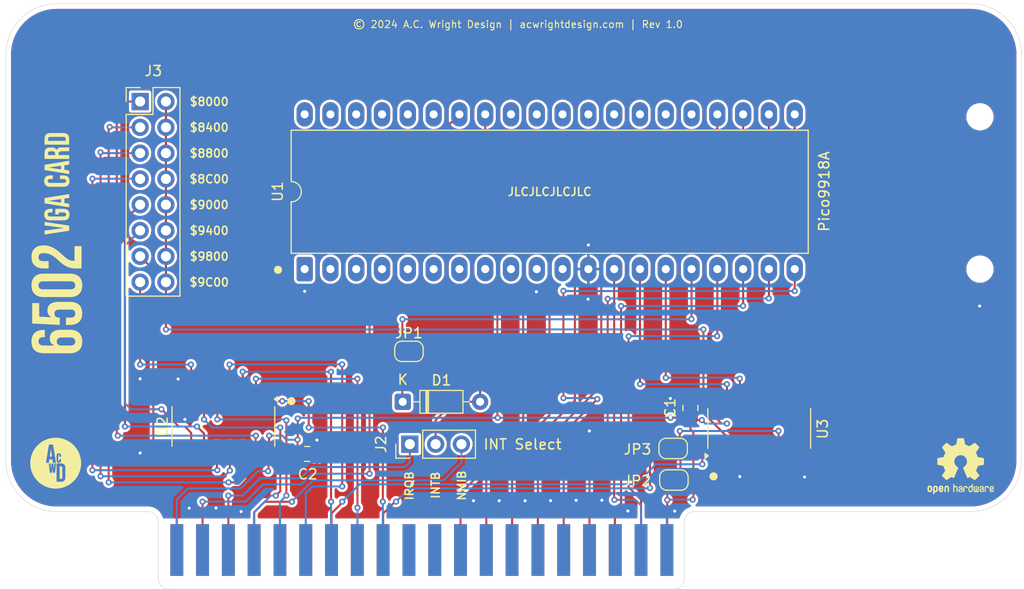
<source format=kicad_pcb>
(kicad_pcb (version 20241229) (generator "pcbnew") (generator_version "9.0")
  (title_block (title "6502 VGA Card") (date "2025-09-18") (rev "1.0") (company "A.C. Wright Design"))
  (layers (0 "F.Cu" signal) (2 "B.Cu" signal) (13 "F.Paste" user) (15 "B.Paste" user) (5 "F.SilkS" user "F.Silkscreen") (7 "B.SilkS" user "B.Silkscreen") (1 "F.Mask" user) (3 "B.Mask" user) (25 "Edge.Cuts" user))
  (net 0 "")
  (net 1 "VCC")
  (net 2 "GND")
  (net 3 "~{INT}")
  (net 4 "/$9400")
  (net 5 "CSB")
  (net 6 "/$8800")
  (net 7 "/$9800")
  (net 8 "/$8400")
  (net 9 "/$8000")
  (net 10 "/$9000")
  (net 11 "/$9C00")
  (net 12 "/$8C00")
  (net 13 "Net-(D1-A)")
  (net 14 "RWB")
  (net 15 "PHI2")
  (net 17 "D5")
  (net 20 "A10")
  (net 21 "A15")
  (net 23 "NMIB")
  (net 24 "IRQB")
  (net 30 "A12")
  (net 31 "D7")
  (net 32 "A0")
  (net 33 "RESB")
  (net 34 "D1")
  (net 35 "A14")
  (net 39 "D6")
  (net 40 "D4")
  (net 41 "A11")
  (net 44 "D0")
  (net 45 "D2")
  (net 46 "A13")
  (net 48 "D3")
  (net 50 "Net-(JP2-B)")
  (net 56 "~{CSR}")
  (net 70 "~{CSW}")
  (footprint "Jumper:SolderJumper-2_P1.3mm_Open_RoundedPad1.0x1.5mm" (layer "F.Cu") (at 156.36 117.27)
    (property "Reference" "JP2")
    (property "Value" "SolderJumper_2_Open" (hide yes))
  )
  (footprint "MountingHole:MountingHole_2.2mm_M2" (layer "F.Cu") (at 186.5 96.5)
    (property "Reference" "REF**" (hide yes))
    (property "Value" "MountingHole_2.2mm_M2" (hide yes))
  )
  (footprint "Connector_PinHeader_2.54mm:PinHeader_2x08_P2.54mm_Vertical" (layer "F.Cu") (at 103.8 80)
    (property "Reference" "J3")
    (property "Value" "Conn_02x08_Odd_Even" (hide yes))
  )
  (footprint "Capacitor_SMD:C_0805_2012Metric" (layer "F.Cu") (at 120.25 114.7)
    (property "Reference" "C2")
    (property "Value" "100nF" (hide yes))
  )
  (footprint "Jumper:SolderJumper-2_P1.3mm_Bridged_RoundedPad1.0x1.5mm" (layer "F.Cu") (at 130.27 104.6)
    (property "Reference" "JP1")
    (property "Value" "SolderJumper_2_Bridged" (hide yes))
  )
  (footprint "Symbol:OSHW-Logo2_7.3x6mm_SilkScreen" (layer "F.Cu") (at 184.6 115.91)
    (property "Reference" "REF**" (hide yes))
    (property "Value" "OSHW-Logo2_7.3x6mm_SilkScreen" (hide yes))
  )
  (footprint "6502 Logos:6502 VGA Card Logo 5mm" (layer "F.Cu") (at 95.6 89.8 90)
    (property "Reference" "G***" (hide yes))
    (property "Value" "LOGO" (hide yes))
  )
  (footprint "Package_SO:SOIC-16_3.9x9.9mm_P1.27mm" (layer "F.Cu") (at 112 112 -90)
    (property "Reference" "U2")
    (property "Value" "74HC138" (hide yes))
  )
  (footprint "Package_SO:SOIC-16_3.9x9.9mm_P1.27mm" (layer "F.Cu") (at 164.765 112.195 90)
    (property "Reference" "U3")
    (property "Value" "74HC138" (hide yes))
  )
  (footprint "Capacitor_SMD:C_0805_2012Metric" (layer "F.Cu") (at 157.99 110.18 90)
    (property "Reference" "C1")
    (property "Value" "100nF" (hide yes))
  )
  (footprint "Package_DIP:DIP-40_W15.24mm_LongPads" (layer "F.Cu") (at 120 96.5 90)
    (property "Reference" "U1")
    (property "Value" "Pico9918A")
  )
  (footprint "6502 Parts:6502 Card Edge" (layer "F.Cu") (at 107.408 126.704)
    (property "Reference" "J1" (hide yes))
    (property "Value" "6502 Card Edge" (hide yes))
  )
  (footprint "Connector_PinHeader_2.54mm:PinHeader_1x03_P2.54mm_Vertical" (layer "F.Cu") (at 130.36 113.74 90)
    (property "Reference" "J2")
    (property "Value" "INT Select")
  )
  (footprint "Diode_THT:D_DO-35_SOD27_P7.62mm_Horizontal" (layer "F.Cu") (at 129.66 109.57)
    (property "Reference" "D1")
    (property "Value" "D_Schottky" (hide yes))
  )
  (footprint "MountingHole:MountingHole_2.2mm_M2" (layer "F.Cu") (at 186.5 81.5)
    (property "Reference" "REF**" (hide yes))
    (property "Value" "MountingHole_2.2mm_M2" (hide yes))
  )
  (footprint "Jumper:SolderJumper-2_P1.3mm_Bridged_RoundedPad1.0x1.5mm" (layer "F.Cu") (at 156.29 114.16 180)
    (property "Reference" "JP3")
    (property "Value" "SolderJumper_2_Bridged" (hide yes))
  )
  (footprint "A.C. Wright Logo:A.C. Wright Logo 5mm" (layer "F.Cu") (at 95.4841 115.61)
    (property "Reference" "G***" (hide yes))
    (property "Value" "LOGO" (hide yes))
  )
  (gr_circle (center 160.27 116.91) (end 160.47 116.91) (stroke (width 0.4)) (fill no) (layer "F.SilkS"))
  (gr_circle (center 117.38 96.57) (end 117.58 96.57) (stroke (width 0.4)) (fill no) (layer "F.SilkS"))
  (gr_circle (center 118.7 109.5) (end 118.9 109.5) (stroke (width 0.4)) (fill no) (layer "F.SilkS"))
  (gr_line (start 106.5841 127.9946) (end 156.3841 127.9946) (stroke (width 0.05)) (layer "Edge.Cuts"))
  (gr_arc (start 104.5841 120.3746) (mid 105.291207 120.667493) (end 105.5841 121.3746) (stroke (width 0.05)) (layer "Edge.Cuts"))
  (gr_arc (start 185.5845 70.3746) (mid 189.1061 71.820768) (end 190.5841 75.049169) (stroke (width 0.05)) (layer "Edge.Cuts"))
  (gr_arc (start 157.3841 121.3746) (mid 157.676993 120.667493) (end 158.3841 120.3746) (stroke (width 0.05)) (layer "Edge.Cuts"))
  (gr_arc (start 95.5841 120.3746) (mid 92.048566 118.910134) (end 90.5841 115.3746) (stroke (width 0.05)) (layer "Edge.Cuts"))
  (gr_line (start 95.5841 120.3746) (end 104.5841 120.3746) (stroke (width 0.05)) (layer "Edge.Cuts"))
  (gr_arc (start 190.5841 115.3746) (mid 189.119634 118.910134) (end 185.5841 120.3746) (stroke (width 0.05)) (layer "Edge.Cuts"))
  (gr_line (start 157.3841 126.9946) (end 157.3841 121.3746) (stroke (width 0.05)) (layer "Edge.Cuts"))
  (gr_line (start 90.5841 75.3746) (end 90.5841 115.3746) (stroke (width 0.05)) (layer "Edge.Cuts"))
  (gr_line (start 190.5841 115.3746) (end 190.5841 75.049169) (stroke (width 0.05)) (layer "Edge.Cuts"))
  (gr_line (start 105.5841 121.3746) (end 105.5841 126.9946) (stroke (width 0.05)) (layer "Edge.Cuts"))
  (gr_arc (start 106.5841 127.9946) (mid 105.876993 127.701707) (end 105.5841 126.9946) (stroke (width 0.05)) (layer "Edge.Cuts"))
  (gr_arc (start 90.5841 75.3746) (mid 92.048566 71.839066) (end 95.5841 70.3746) (stroke (width 0.05)) (layer "Edge.Cuts"))
  (gr_line (start 185.5845 70.3746) (end 95.5841 70.3746) (stroke (width 0.05)) (layer "Edge.Cuts"))
  (gr_line (start 158.3841 120.3746) (end 185.5841 120.3746) (stroke (width 0.05)) (layer "Edge.Cuts"))
  (gr_arc (start 157.3841 126.9946) (mid 157.091207 127.701707) (end 156.3841 127.9946) (stroke (width 0.05)) (layer "Edge.Cuts"))
  (gr_text "$9000" (at 110.6 90.18 0) (layer "F.SilkS") (effects (font (size 0.8 0.8))))
  (gr_text "JLCJLCJLCJLC" (at 144.125 88.885 0) (layer "F.SilkS") (effects (font (size 0.8 0.8))))
  (gr_text "NMIB" (at 135.47 116.25 90) (layer "F.SilkS") (effects (font (size 0.8 0.8)) (justify right)))
  (gr_text "INTB" (at 132.89 116.37 90) (layer "F.SilkS") (effects (font (size 0.8 0.8)) (justify right)))
  (gr_text "$8C00" (at 110.6 87.64 0) (layer "F.SilkS") (effects (font (size 0.8 0.8))))
  (gr_text "$9C00" (at 110.6 97.8 0) (layer "F.SilkS") (effects (font (size 0.8 0.8))))
  (gr_text "© 2024 A.C. Wright Design | acwrightdesign.com | Rev 1.0" (at 141 72.4 0) (layer "F.SilkS") (effects (font (size 0.7 0.7) (thickness 0.1))))
  (gr_text "$9400" (at 110.6 92.72 0) (layer "F.SilkS") (effects (font (size 0.8 0.8))))
  (gr_text "IRQB" (at 130.31 116.33 90) (layer "F.SilkS") (effects (font (size 0.8 0.8)) (justify right)))
  (gr_text "$8800" (at 110.6 85.1 0) (layer "F.SilkS") (effects (font (size 0.8 0.8))))
  (gr_text "$9800" (at 110.6 95.26 0) (layer "F.SilkS") (effects (font (size 0.8 0.8))))
  (gr_text "$8000" (at 110.6 80.02 0) (layer "F.SilkS") (effects (font (size 0.8 0.8))))
  (gr_text "$8400" (at 110.6 82.56 0) (layer "F.SilkS") (effects (font (size 0.8 0.8))))
  (segment (start 116.5 114.42) (end 116.445 114.475) (width 0.2) (layer "F.Cu") (net 1))
  (segment (start 155.71 119.23) (end 155.71 124.122) (width 0.2) (layer "F.Cu") (net 1))
  (segment (start 158.23 111.37) (end 157.99 111.13) (width 0.2) (layer "F.Cu") (net 1))
  (segment (start 157.99 112.28) (end 158.28 112.57) (width 0.2) (layer "F.Cu") (net 1))
  (segment (start 155.71 124.122) (end 155.668 124.164) (width 0.2) (layer "F.Cu") (net 1))
  (segment (start 159.11 111.37) (end 158.23 111.37) (width 0.2) (layer "F.Cu") (net 1))
  (segment (start 138.98 111.11) (end 139.01 111.14) (width 0.2) (layer "F.Cu") (net 1))
  (segment (start 116.445 114.475) (end 116.445 116.355) (width 0.2) (layer "F.Cu") (net 1))
  (segment (start 119.32 113.28) (end 119.3 113.3) (width 0.2) (layer "F.Cu") (net 1))
  (segment (start 138.98 94.6) (end 138.98 111.11) (width 0.2) (layer "F.Cu") (net 1))
  (segment (start 157.99 111.13) (end 157.99 112.28) (width 0.2) (layer "F.Cu") (net 1))
  (segment (start 160.32 110.98) (end 160.98 111.64) (width 0.2) (layer "F.Cu") (net 1))
  (segment (start 116.5 112.9) (end 116.5 114.42) (width 0.2) (layer "F.Cu") (net 1))
  (segment (start 158.28 112.57) (end 158.28 119.13) (width 0.2) (layer "F.Cu") (net 1))
  (segment (start 158.28 119.13) (end 158.21 119.2) (width 0.2) (layer "F.Cu") (net 1))
  (segment (start 156.05 111.13) (end 156.04 111.14) (width 0.2) (layer "F.Cu") (net 1))
  (segment (start 160.98 111.64) (end 161.05 111.71) (width 0.2) (layer "F.Cu") (net 1))
  (segment (start 155.71 117.27) (end 155.71 119.23) (width 0.2) (layer "F.Cu") (net 1))
  (segment (start 137.78 93.4) (end 138.98 94.6) (width 0.2) (layer "F.Cu") (net 1))
  (segment (start 161.05 111.71) (end 161.58 111.71) (width 0.2) (layer "F.Cu") (net 1))
  (segment (start 160.32 109.72) (end 160.32 110.98) (width 0.2) (layer "F.Cu") (net 1))
  (segment (start 119.3 114.7) (end 119.3 113.3) (width 0.2) (layer "F.Cu") (net 1))
  (segment (start 116.445 116.355) (end 116.4 116.4) (width 0.2) (layer "F.Cu") (net 1))
  (segment (start 157.99 111.13) (end 156.05 111.13) (width 0.2) (layer "F.Cu") (net 1))
  (segment (start 137.78 81.26) (end 137.78 93.4) (width 0.2) (layer "F.Cu") (net 1))
  (segment (start 119.32 111.21) (end 119.32 113.28) (width 0.2) (layer "F.Cu") (net 1))
  (via (at 116.4 116.4) (size 0.6) (drill 0.3) (layers "F.Cu" "B.Cu") (net 1))
  (via (at 119.3 113.3) (size 0.6) (drill 0.3) (layers "F.Cu" "B.Cu") (net 1))
  (via (at 155.71 119.23) (size 0.6) (drill 0.3) (layers "F.Cu" "B.Cu") (net 1))
  (via (at 119.32 111.21) (size 0.6) (drill 0.3) (layers "F.Cu" "B.Cu") (net 1))
  (via (at 159.11 111.37) (size 0.6) (drill 0.3) (layers "F.Cu" "B.Cu") (net 1))
  (via (at 161.58 111.71) (size 0.6) (drill 0.3) (layers "F.Cu" "B.Cu") (net 1))
  (via (at 156.04 111.14) (size 0.6) (drill 0.3) (layers "F.Cu" "B.Cu") (net 1))
  (via (at 116.5 112.9) (size 0.6) (drill 0.3) (layers "F.Cu" "B.Cu") (net 1))
  (via (at 158.21 119.2) (size 0.6) (drill 0.3) (layers "F.Cu" "B.Cu") (net 1))
  (via (at 139.01 111.14) (size 0.6) (drill 0.3) (layers "F.Cu" "B.Cu") (net 1))
  (segment (start 159.45 111.71) (end 161.58 111.71) (width 0.2) (layer "B.Cu") (net 1))
  (segment (start 118.2 113.3) (end 117.8 112.9) (width 0.2) (layer "B.Cu") (net 1))
  (segment (start 107.4 119.2) (end 107.408 119.208) (width 0.2) (layer "B.Cu") (net 1))
  (segment (start 119.39 111.14) (end 119.32 111.21) (width 0.2) (layer "B.Cu") (net 1))
  (segment (start 119.3 113.3) (end 118.2 113.3) (width 0.2) (layer "B.Cu") (net 1))
  (segment (start 139.01 111.14) (end 119.39 111.14) (width 0.2) (layer "B.Cu") (net 1))
  (segment (start 107.408 119.208) (end 107.408 124.164) (width 0.2) (layer "B.Cu") (net 1))
  (segment (start 158.21 119.2) (end 155.74 119.2) (width 0.2) (layer "B.Cu") (net 1))
  (segment (start 156.04 111.14) (end 139.01 111.14) (width 0.2) (layer "B.Cu") (net 1))
  (segment (start 116.4 116.4) (end 115.4 116.4) (width 0.2) (layer "B.Cu") (net 1))
  (segment (start 115.4 116.4) (end 113.7 118.1) (width 0.2) (layer "B.Cu") (net 1))
  (segment (start 155.74 119.2) (end 155.71 119.23) (width 0.2) (layer "B.Cu") (net 1))
  (segment (start 113.7 118.1) (end 108.5 118.1) (width 0.2) (layer "B.Cu") (net 1))
  (segment (start 117.8 112.9) (end 116.5 112.9) (width 0.2) (layer "B.Cu") (net 1))
  (segment (start 108.5 118.1) (end 107.4 119.2) (width 0.2) (layer "B.Cu") (net 1))
  (segment (start 159.11 111.37) (end 159.45 111.71) (width 0.2) (layer "B.Cu") (net 1))
  (segment (start 107.408 124.164) (end 107.408 119.808) (width 0.2) (layer "F.Cu") (net 2))
  (via (at 147.91 99.46) (size 0.6) (drill 0.3) (layers "F.Cu" "B.Cu") (net 2))
  (via (at 120 98.69) (size 0.6) (drill 0.3) (layers "F.Cu" "B.Cu") (net 2))
  (via (at 156.01 109.24) (size 0.6) (drill 0.3) (layers "F.Cu" "B.Cu") (net 2))
  (via (at 121.21 113.34) (size 0.6) (drill 0.3) (layers "F.Cu" "B.Cu") (net 2))
  (via (at 111.27 120.03) (size 0.6) (drill 0.3) (layers "F.Cu" "B.Cu") (net 2))
  (via (at 108.63 120.04) (size 0.6) (drill 0.3) (layers "F.Cu" "B.Cu") (net 2))
  (via (at 148.04 112.44) (size 0.6) (drill 0.3) (layers "F.Cu" "B.Cu") (net 2))
  (via (at 147.94 94.12) (size 0.6) (drill 0.3) (layers "F.Cu" "B.Cu") (net 2))
  (via (at 113.74 120.38) (size 0.6) (drill 0.3) (layers "F.Cu" "B.Cu") (net 2))
  (via (at 142.82 98.73) (size 0.6) (drill 0.3) (layers "F.Cu" "B.Cu") (net 2))
  (via (at 108.2 111.3) (size 0.6) (drill 0.3) (layers "F.Cu" "B.Cu") (net 2))
  (via (at 186.47 100.14) (size 0.6) (drill 0.3) (layers "F.Cu" "B.Cu") (net 2))
  (via (at 156.44 120.33) (size 0.6) (drill 0.3) (layers "F.Cu" "B.Cu") (net 2))
  (via (at 149.27 119.26) (size 0.6) (drill 0.3) (layers "F.Cu" "B.Cu") (net 2))
  (via (at 146.73 119.27) (size 0.6) (drill 0.3) (layers "F.Cu" "B.Cu") (net 2))
  (via (at 139.16 119.31) (size 0.6) (drill 0.3) (layers "F.Cu" "B.Cu") (net 2))
  (via (at 103.8 107.3) (size 0.6) (drill 0.3) (layers "F.Cu" "B.Cu") (net 2))
  (via (at 151.83 120.32) (size 0.6) (drill 0.3) (layers "F.Cu" "B.Cu") (net 2))
  (via (at 103.8 114.6) (size 0.6) (drill 0.3) (layers "F.Cu" "B.Cu") (net 2))
  (via (at 169.23 116.97) (size 0.6) (drill 0.3) (layers "F.Cu" "B.Cu") (net 2))
  (via (at 144.22 119.3) (size 0.6) (drill 0.3) (layers "F.Cu" "B.Cu") (net 2))
  (via (at 162.85 116.93) (size 0.6) (drill 0.3) (layers "F.Cu" "B.Cu") (net 2))
  (via (at 141.71 119.31) (size 0.6) (drill 0.3) (layers "F.Cu" "B.Cu") (net 2))
  (via (at 107.54 107.33) (size 0.6) (drill 0.3) (layers "F.Cu" "B.Cu") (net 2))
  (via (at 136.63 119.31) (size 0.6) (drill 0.3) (layers "F.Cu" "B.Cu") (net 2))
  (segment (start 155.668 124.164) (end 155.668 120.032) (width 0.2) (layer "B.Cu") (net 2))
  (segment (start 129.62 109.53) (end 129.66 109.57) (width 0.2) (layer "F.Cu") (net 3))
  (segment (start 158.1 101.41) (end 158.1 96.5) (width 0.2) (layer "F.Cu") (net 3))
  (segment (start 129.62 104.6) (end 129.62 101.45) (width 0.2) (layer "F.Cu") (net 3))
  (segment (start 158.09 101.42) (end 158.1 101.41) (width 0.2) (layer "F.Cu") (net 3))
  (segment (start 129.62 104.6) (end 129.62 109.53) (width 0.2) (layer "F.Cu") (net 3))
  (segment (start 129.62 101.45) (end 129.63 101.44) (width 0.2) (layer "F.Cu") (net 3))
  (via (at 158.09 101.42) (size 0.6) (drill 0.3) (layers "F.Cu" "B.Cu") (net 3))
  (via (at 129.63 101.44) (size 0.6) (drill 0.3) (layers "F.Cu" "B.Cu") (net 3))
  (segment (start 129.63 101.44) (end 158.07 101.44) (width 0.2) (layer "B.Cu") (net 3))
  (segment (start 158.07 101.44) (end 158.09 101.42) (width 0.2) (layer "B.Cu") (net 3))
  (segment (start 105.9 110.3) (end 107.6 112) (width 0.2) (layer "F.Cu") (net 4))
  (segment (start 108.825 112.625) (end 108.825 114.475) (width 0.2) (layer "F.Cu") (net 4))
  (segment (start 108.2 112) (end 108.825 112.625) (width 0.2) (layer "F.Cu") (net 4))
  (segment (start 107.6 112) (end 108.2 112) (width 0.2) (layer "F.Cu") (net 4))
  (via (at 105.9 110.3) (size 0.6) (drill 0.3) (layers "F.Cu" "B.Cu") (net 4))
  (segment (start 105.9 110.3) (end 102.9 110.3) (width 0.2) (layer "B.Cu") (net 4))
  (segment (start 102.3 109.7) (end 102.3 94.2) (width 0.2) (layer "B.Cu") (net 4))
  (segment (start 102.3 94.2) (end 103.8 92.7) (width 0.2) (layer "B.Cu") (net 4))
  (segment (start 102.9 110.3) (end 102.3 109.7) (width 0.2) (layer "B.Cu") (net 4))
  (segment (start 159.27 102.44) (end 159.27 110.68) (width 0.2) (layer "F.Cu") (net 5))
  (segment (start 161.6 113.01) (end 161.59 113.02) (width 0.2) (layer "F.Cu") (net 5))
  (segment (start 106.34 90.16) (end 106.34 92.7) (width 0.2) (layer "F.Cu") (net 5))
  (segment (start 106.34 87.62) (end 106.34 90.16) (width 0.2) (layer "F.Cu") (net 5))
  (segment (start 106.34 80) (end 106.34 82.54) (width 0.2) (layer "F.Cu") (net 5))
  (segment (start 159.27 110.68) (end 161.6 113.01) (width 0.2) (layer "F.Cu") (net 5))
  (segment (start 106.34 85.08) (end 106.34 87.62) (width 0.2) (layer "F.Cu") (net 5))
  (segment (start 161.59 113.02) (end 161.59 114.67) (width 0.2) (layer "F.Cu") (net 5))
  (segment (start 106.34 97.78) (end 106.34 102.44) (width 0.2) (layer "F.Cu") (net 5))
  (segment (start 106.34 92.7) (end 106.34 95.24) (width 0.2) (layer "F.Cu") (net 5))
  (segment (start 106.34 95.24) (end 106.34 97.78) (width 0.2) (layer "F.Cu") (net 5))
  (segment (start 106.34 82.54) (end 106.34 85.08) (width 0.2) (layer "F.Cu") (net 5))
  (via (at 106.34 102.44) (size 0.6) (drill 0.3) (layers "F.Cu" "B.Cu") (net 5))
  (via (at 159.27 102.44) (size 0.6) (drill 0.3) (layers "F.Cu" "B.Cu") (net 5))
  (segment (start 106.34 102.44) (end 159.27 102.44) (width 0.2) (layer "B.Cu") (net 5))
  (segment (start 112.635 116.335) (end 112.635 114.475) (width 0.2) (layer "F.Cu") (net 6))
  (segment (start 99.9 85) (end 99.9 116.9) (width 0.2) (layer "F.Cu") (net 6))
  (via (at 112.635 116.335) (size 0.6) (drill 0.3) (layers "F.Cu" "B.Cu") (net 6))
  (via (at 99.9 85) (size 0.6) (drill 0.3) (layers "F.Cu" "B.Cu") (net 6))
  (via (at 99.9 116.9) (size 0.6) (drill 0.3) (layers "F.Cu" "B.Cu") (net 6))
  (segment (start 99.98 85.08) (end 103.8 85.08) (width 0.2) (layer "B.Cu") (net 6))
  (segment (start 112.07 116.9) (end 99.9 116.9) (width 0.2) (layer "B.Cu") (net 6))
  (segment (start 112.635 116.335) (end 112.07 116.9) (width 0.2) (layer "B.Cu") (net 6))
  (segment (start 99.9 85) (end 99.98 85.08) (width 0.2) (layer "B.Cu") (net 6))
  (segment (start 105.475 114.475) (end 105.1 114.1) (width 0.2) (layer "F.Cu") (net 7))
  (segment (start 105.1 114.1) (end 105.1 96.54) (width 0.2) (layer "F.Cu") (net 7))
  (segment (start 107.555 114.475) (end 105.475 114.475) (width 0.2) (layer "F.Cu") (net 7))
  (segment (start 105.1 96.54) (end 103.8 95.24) (width 0.2) (layer "F.Cu") (net 7))
  (segment (start 100.7 117.5) (end 100.7 82.6) (width 0.2) (layer "F.Cu") (net 8))
  (segment (start 113.905 116.995) (end 113.4 117.5) (width 0.2) (layer "F.Cu") (net 8))
  (segment (start 100.7 82.6) (end 100.8 82.5) (width 0.2) (layer "F.Cu") (net 8))
  (segment (start 113.905 114.475) (end 113.905 116.995) (width 0.2) (layer "F.Cu") (net 8))
  (segment (start 113.4 117.5) (end 112.5 117.5) (width 0.2) (layer "F.Cu") (net 8))
  (via (at 112.5 117.5) (size 0.6) (drill 0.3) (layers "F.Cu" "B.Cu") (net 8))
  (via (at 100.8 82.5) (size 0.6) (drill 0.3) (layers "F.Cu" "B.Cu") (net 8))
  (via (at 100.7 117.5) (size 0.6) (drill 0.3) (layers "F.Cu" "B.Cu") (net 8))
  (segment (start 100.84 82.54) (end 103.8 82.54) (width 0.2) (layer "B.Cu") (net 8))
  (segment (start 112 117.5) (end 112.5 117.5) (width 0.2) (layer "B.Cu") (net 8))
  (segment (start 100.7 117.5) (end 112 117.5) (width 0.2) (layer "B.Cu") (net 8))
  (segment (start 100.8 82.5) (end 100.84 82.54) (width 0.2) (layer "B.Cu") (net 8))
  (segment (start 102.2 80) (end 103.8 80) (width 0.2) (layer "F.Cu") (net 9))
  (segment (start 101.6 112.9) (end 101.5 112.8) (width 0.2) (layer "F.Cu") (net 9))
  (segment (start 101.5 80.7) (end 102.2 80) (width 0.2) (layer "F.Cu") (net 9))
  (segment (start 115.175 114.475) (end 115.175 112.925) (width 0.2) (layer "F.Cu") (net 9))
  (segment (start 115.175 112.925) (end 115.2 112.9) (width 0.2) (layer "F.Cu") (net 9))
  (segment (start 101.5 112.8) (end 101.5 80.7) (width 0.2) (layer "F.Cu") (net 9))
  (via (at 101.6 112.9) (size 0.6) (drill 0.3) (layers "F.Cu" "B.Cu") (net 9))
  (via (at 115.2 112.9) (size 0.6) (drill 0.3) (layers "F.Cu" "B.Cu") (net 9))
  (segment (start 109.9 112.9) (end 115.2 112.9) (width 0.2) (layer "B.Cu") (net 9))
  (segment (start 101.6 112.9) (end 109.9 112.9) (width 0.2) (layer "B.Cu") (net 9))
  (segment (start 102.3 106.6) (end 102.3 112) (width 0.2) (layer "F.Cu") (net 10))
  (segment (start 102.3 106.2) (end 102.3 106.6) (width 0.2) (layer "F.Cu") (net 10))
  (segment (start 110.095 112.695) (end 110.095 114.475) (width 0.2) (layer "F.Cu") (net 10))
  (segment (start 103.8 90.16) (end 102.3 91.66) (width 0.2) (layer "F.Cu") (net 10))
  (segment (start 102.3 91.7) (end 102.3 106.2) (width 0.2) (layer "F.Cu") (net 10))
  (segment (start 109.4 112) (end 110.095 112.695) (width 0.2) (layer "F.Cu") (net 10))
  (segment (start 102.3 91.66) (end 102.3 91.7) (width 0.2) (layer "F.Cu") (net 10))
  (via (at 109.4 112) (size 0.6) (drill 0.3) (layers "F.Cu" "B.Cu") (net 10))
  (via (at 102.3 112) (size 0.6) (drill 0.3) (layers "F.Cu" "B.Cu") (net 10))
  (segment (start 102.3 112) (end 102.7 112) (width 0.2) (layer "B.Cu") (net 10))
  (segment (start 102.7 112) (end 109.4 112) (width 0.2) (layer "B.Cu") (net 10))
  (segment (start 103.8 105.9) (end 103.8 97.78) (width 0.2) (layer "F.Cu") (net 11))
  (segment (start 108.825 105.925) (end 108.8 105.9) (width 0.2) (layer "F.Cu") (net 11))
  (segment (start 108.825 109.525) (end 108.825 105.925) (width 0.2) (layer "F.Cu") (net 11))
  (via (at 108.8 105.9) (size 0.6) (drill 0.3) (layers "F.Cu" "B.Cu") (net 11))
  (via (at 103.8 105.9) (size 0.6) (drill 0.3) (layers "F.Cu" "B.Cu") (net 11))
  (segment (start 108.3 105.9) (end 103.8 105.9) (width 0.2) (layer "B.Cu") (net 11))
  (segment (start 108.8 105.9) (end 108.3 105.9) (width 0.2) (layer "B.Cu") (net 11))
  (segment (start 111.365 116.265) (end 111.365 114.475) (width 0.2) (layer "F.Cu") (net 12))
  (segment (start 111.4 116.3) (end 111.365 116.265) (width 0.2) (layer "F.Cu") (net 12))
  (segment (start 99.1 87.6) (end 99.1 116.3) (width 0.2) (layer "F.Cu") (net 12))
  (via (at 99.1 116.3) (size 0.6) (drill 0.3) (layers "F.Cu" "B.Cu") (net 12))
  (via (at 111.4 116.3) (size 0.6) (drill 0.3) (layers "F.Cu" "B.Cu") (net 12))
  (via (at 99.1 87.6) (size 0.6) (drill 0.3) (layers "F.Cu" "B.Cu") (net 12))
  (segment (start 99.1 87.6) (end 103.78 87.6) (width 0.2) (layer "B.Cu") (net 12))
  (segment (start 103.78 87.6) (end 103.8 87.62) (width 0.2) (layer "B.Cu") (net 12))
  (segment (start 99.1 116.3) (end 111.4 116.3) (width 0.2) (layer "B.Cu") (net 12))
  (segment (start 132.9 113.74) (end 132.9 111.38) (width 0.2) (layer "F.Cu") (net 13))
  (segment (start 137.28 107.58) (end 137.28 109.57) (width 0.2) (layer "F.Cu") (net 13))
  (segment (start 132.9 111.38) (end 134.71 109.57) (width 0.2) (layer "F.Cu") (net 13))
  (segment (start 134.3 104.6) (end 137.28 107.58) (width 0.2) (layer "F.Cu") (net 13))
  (segment (start 130.92 104.6) (end 134.3 104.6) (width 0.2) (layer "F.Cu") (net 13))
  (segment (start 134.71 109.57) (end 137.28 109.57) (width 0.2) (layer "F.Cu") (net 13))
  (segment (start 159.16 114.97) (end 159.46 114.67) (width 0.2) (layer "F.Cu") (net 14))
  (segment (start 159.16 115.72) (end 159.16 114.97) (width 0.2) (layer "F.Cu") (net 14))
  (segment (start 159.46 114.67) (end 160.32 114.67) (width 0.2) (layer "F.Cu") (net 14))
  (segment (start 123.7 119.4) (end 123.7 119.5) (width 0.2) (layer "F.Cu") (net 14))
  (segment (start 122.648 120.552) (end 122.648 124.164) (width 0.2) (layer "F.Cu") (net 14))
  (segment (start 123.7 119.5) (end 122.648 120.552) (width 0.2) (layer "F.Cu") (net 14))
  (via (at 123.7 119.4) (size 0.6) (drill 0.3) (layers "F.Cu" "B.Cu") (net 14))
  (via (at 159.16 115.72) (size 0.6) (drill 0.3) (layers "F.Cu" "B.Cu") (net 14))
  (segment (start 125.41 117.69) (end 152.62 117.69) (width 0.2) (layer "B.Cu") (net 14))
  (segment (start 152.62 117.69) (end 154.59 115.72) (width 0.2) (layer "B.Cu") (net 14))
  (segment (start 123.7 119.4) (end 125.41 117.69) (width 0.2) (layer "B.Cu") (net 14))
  (segment (start 154.59 115.72) (end 159.16 115.72) (width 0.2) (layer "B.Cu") (net 14))
  (segment (start 128.9 119.4) (end 127.728 120.572) (width 0.2) (layer "F.Cu") (net 15))
  (segment (start 154.71 114.26) (end 155.54 114.26) (width 0.2) (layer "F.Cu") (net 15))
  (segment (start 155.54 114.26) (end 155.64 114.16) (width 0.2) (layer "F.Cu") (net 15))
  (segment (start 154.01 118.06) (end 154.01 114.96) (width 0.2) (layer "F.Cu") (net 15))
  (segment (start 154.01 114.96) (end 154.71 114.26) (width 0.2) (layer "F.Cu") (net 15))
  (segment (start 129 119.4) (end 128.9 119.4) (width 0.2) (layer "F.Cu") (net 15))
  (segment (start 127.728 120.572) (end 127.728 124.164) (width 0.2) (layer "F.Cu") (net 15))
  (via (at 129 119.4) (size 0.6) (drill 0.3) (layers "F.Cu" "B.Cu") (net 15))
  (via (at 154.01 118.06) (size 0.6) (drill 0.3) (layers "F.Cu" "B.Cu") (net 15))
  (segment (start 130.32 118.09) (end 153.98 118.09) (width 0.2) (layer "B.Cu") (net 15))
  (segment (start 153.98 118.09) (end 154.01 118.06) (width 0.2) (layer "B.Cu") (net 15))
  (segment (start 130.31 118.09) (end 130.32 118.09) (width 0.2) (layer "B.Cu") (net 15))
  (segment (start 129 119.4) (end 130.31 118.09) (width 0.2) (layer "B.Cu") (net 15))
  (segment (start 147.96 86.62) (end 146.61 87.97) (width 0.2) (layer "F.Cu") (net 17))
  (segment (start 165.72 82.92) (end 162.02 86.62) (width 0.2) (layer "F.Cu") (net 17))
  (segment (start 146.61 87.97) (end 146.61 109.46) (width 0.2) (layer "F.Cu") (net 17))
  (segment (start 162.02 86.62) (end 147.96 86.62) (width 0.2) (layer "F.Cu") (net 17))
  (segment (start 146.61 109.46) (end 140.428 115.642) (width 0.2) (layer "F.Cu") (net 17))
  (segment (start 140.428 115.642) (end 140.428 124.164) (width 0.2) (layer "F.Cu") (net 17))
  (segment (start 165.72 81.26) (end 165.72 82.92) (width 0.2) (layer "F.Cu") (net 17))
  (segment (start 116.445 109.525) (end 117.775 109.525) (width 0.2) (layer "F.Cu") (net 20))
  (segment (start 117.775 109.525) (end 117.8 109.5) (width 0.2) (layer "F.Cu") (net 20))
  (segment (start 127.7 112.11) (end 127.7 119.4) (width 0.2) (layer "F.Cu") (net 20))
  (segment (start 127.71 112.1) (end 127.7 112.11) (width 0.2) (layer "F.Cu") (net 20))
  (segment (start 120.4 109.5) (end 120.4 112.1) (width 0.2) (layer "F.Cu") (net 20))
  (via (at 120.4 112.1) (size 0.6) (drill 0.3) (layers "F.Cu" "B.Cu") (net 20))
  (via (at 120.4 109.5) (size 0.6) (drill 0.3) (layers "F.Cu" "B.Cu") (net 20))
  (via (at 117.8 109.5) (size 0.6) (drill 0.3) (layers "F.Cu" "B.Cu") (net 20))
  (via (at 127.71 112.1) (size 0.6) (drill 0.3) (layers "F.Cu" "B.Cu") (net 20))
  (via (at 127.7 119.4) (size 0.6) (drill 0.3) (layers "F.Cu" "B.Cu") (net 20))
  (segment (start 127.7 112.1) (end 120.4 112.1) (width 0.2) (layer "B.Cu") (net 20))
  (segment (start 127.7 119.4) (end 127.7 124.136) (width 0.2) (layer "B.Cu") (net 20))
  (segment (start 127.7 124.136) (end 127.728 124.164) (width 0.2) (layer "B.Cu") (net 20))
  (segment (start 117.8 109.5) (end 120.4 109.5) (width 0.2) (layer "B.Cu") (net 20))
  (segment (start 110.095 111.3) (end 110.095 109.525) (width 0.2) (layer "F.Cu") (net 21))
  (segment (start 117.6 118.37) (end 117.6 112.1) (width 0.2) (layer "F.Cu") (net 21))
  (segment (start 117.16 118.81) (end 117.6 118.37) (width 0.2) (layer "F.Cu") (net 21))
  (via (at 117.16 118.81) (size 0.6) (drill 0.3) (layers "F.Cu" "B.Cu") (net 21))
  (via (at 117.6 112.1) (size 0.6) (drill 0.3) (layers "F.Cu" "B.Cu") (net 21))
  (via (at 110.095 111.3) (size 0.6) (drill 0.3) (layers "F.Cu" "B.Cu") (net 21))
  (segment (start 115.028 120.452) (end 115.028 124.164) (width 0.2) (layer "B.Cu") (net 21))
  (segment (start 117.15 118.8) (end 116.68 118.8) (width 0.2) (layer "B.Cu") (net 21))
  (segment (start 110.895 112.1) (end 117.6 112.1) (width 0.2) (layer "B.Cu") (net 21))
  (segment (start 110.095 111.3) (end 110.895 112.1) (width 0.2) (layer "B.Cu") (net 21))
  (segment (start 116.68 118.8) (end 115.028 120.452) (width 0.2) (layer "B.Cu") (net 21))
  (segment (start 117.16 118.81) (end 117.15 118.8) (width 0.2) (layer "B.Cu") (net 21))
  (segment (start 116.06 119.41) (end 115.028 120.442) (width 0.2) (layer "F.Cu") (net 23))
  (segment (start 118.74 119.41) (end 116.06 119.41) (width 0.2) (layer "F.Cu") (net 23))
  (segment (start 115.028 120.442) (end 115.028 124.164) (width 0.2) (layer "F.Cu") (net 23))
  (via (at 118.74 119.41) (size 0.6) (drill 0.3) (layers "F.Cu" "B.Cu") (net 23))
  (segment (start 118.78 119.37) (end 118.78 119.35) (width 0.2) (layer "B.Cu") (net 23))
  (segment (start 118.78 119.35) (end 120.831 117.299) (width 0.2) (layer "B.Cu") (net 23))
  (segment (start 135.44 115.55) (end 135.44 113.74) (width 0.2) (layer "B.Cu") (net 23))
  (segment (start 118.74 119.41) (end 118.78 119.37) (width 0.2) (layer "B.Cu") (net 23))
  (segment (start 120.831 117.299) (end 133.691 117.299) (width 0.2) (layer "B.Cu") (net 23))
  (segment (start 133.691 117.299) (end 135.44 115.55) (width 0.2) (layer "B.Cu") (net 23))
  (segment (start 112.488 118.8) (end 112.488 124.164) (width 0.2) (layer "F.Cu") (net 24))
  (via (at 112.488 118.8) (size 0.6) (drill 0.3) (layers "F.Cu" "B.Cu") (net 24))
  (segment (start 115.6 117.1) (end 119.6 117.1) (width 0.2) (layer "B.Cu") (net 24))
  (segment (start 113.9 118.8) (end 115.6 117.1) (width 0.2) (layer "B.Cu") (net 24))
  (segment (start 112.488 118.8) (end 113.9 118.8) (width 0.2) (layer "B.Cu") (net 24))
  (segment (start 120.71 115.99) (end 129.87 115.99) (width 0.2) (layer "B.Cu") (net 24))
  (segment (start 119.6 117.1) (end 120.71 115.99) (width 0.2) (layer "B.Cu") (net 24))
  (segment (start 130.36 115.5) (end 130.36 113.74) (width 0.2) (layer "B.Cu") (net 24))
  (segment (start 129.87 115.99) (end 130.36 115.5) (width 0.2) (layer "B.Cu") (net 24))
  (segment (start 122.6 119.4) (end 122.6 106.61) (width 0.2) (layer "F.Cu") (net 30))
  (segment (start 113.9 107) (end 113.905 107.005) (width 0.2) (layer "F.Cu") (net 30))
  (segment (start 113.905 107.005) (end 113.905 109.525) (width 0.2) (layer "F.Cu") (net 30))
  (segment (start 113.9 106.6) (end 113.9 107) (width 0.2) (layer "F.Cu") (net 30))
  (via (at 122.6 106.61) (size 0.6) (drill 0.3) (layers "F.Cu" "B.Cu") (net 30))
  (via (at 122.6 119.4) (size 0.6) (drill 0.3) (layers "F.Cu" "B.Cu") (net 30))
  (via (at 113.9 106.6) (size 0.6) (drill 0.3) (layers "F.Cu" "B.Cu") (net 30))
  (segment (start 122.6 106.61) (end 113.91 106.61) (width 0.2) (layer "B.Cu") (net 30))
  (segment (start 122.6 124.116) (end 122.648 124.164) (width 0.2) (layer "B.Cu") (net 30))
  (segment (start 113.91 106.61) (end 113.9 106.6) (width 0.2) (layer "B.Cu") (net 30))
  (segment (start 122.6 119.4) (end 122.6 124.116) (width 0.2) (layer "B.Cu") (net 30))
  (segment (start 158.68 84.61) (end 144.88 84.61) (width 0.2) (layer "F.Cu") (net 31))
  (segment (start 160.64 81.26) (end 160.64 82.65) (width 0.2) (layer "F.Cu") (net 31))
  (segment (start 135.31 118.62) (end 135.348 118.658) (width 0.2) (layer "F.Cu") (net 31))
  (segment (start 141.52 112.41) (end 135.31 118.62) (width 0.2) (layer "F.Cu") (net 31))
  (segment (start 141.52 87.97) (end 141.52 112.41) (width 0.2) (layer "F.Cu") (net 31))
  (segment (start 144.88 84.61) (end 141.52 87.97) (width 0.2) (layer "F.Cu") (net 31))
  (segment (start 135.348 118.658) (end 135.348 124.164) (width 0.2) (layer "F.Cu") (net 31))
  (segment (start 160.64 82.65) (end 158.68 84.61) (width 0.2) (layer "F.Cu") (net 31))
  (segment (start 150.48 119.2) (end 150.48 96.5) (width 0.2) (layer "F.Cu") (net 32))
  (segment (start 150.5 119.22) (end 150.48 119.2) (width 0.2) (layer "F.Cu") (net 32))
  (via (at 150.5 119.22) (size 0.6) (drill 0.3) (layers "F.Cu" "B.Cu") (net 32))
  (segment (start 150.39 119.22) (end 150.5 119.22) (width 0.2) (layer "B.Cu") (net 32))
  (segment (start 152.58 119.22) (end 150.39 119.22) (width 0.2) (layer "B.Cu") (net 32))
  (segment (start 153.128 119.768) (end 152.58 119.22) (width 0.2) (layer "B.Cu") (net 32))
  (segment (start 153.128 124.164) (end 153.128 119.768) (width 0.2) (layer "B.Cu") (net 32))
  (segment (start 126.39 116.65) (end 126.39 90.11) (width 0.2) (layer "F.Cu") (net 33))
  (segment (start 109.948 119.4) (end 109.948 124.164) (width 0.2) (layer "F.Cu") (net 33))
  (segment (start 126.39 90.11) (end 135.24 81.26) (width 0.2) (layer "F.Cu") (net 33))
  (via (at 109.948 119.4) (size 0.6) (drill 0.3) (layers "F.Cu" "B.Cu") (net 33))
  (via (at 126.39 116.65) (size 0.6) (drill 0.3) (layers "F.Cu" "B.Cu") (net 33))
  (segment (start 114.2 119.4) (end 115.9 117.7) (width 0.2) (layer "B.Cu") (net 33))
  (segment (start 120.26 117.1) (end 120.71 116.65) (width 0.2) (layer "B.Cu") (net 33))
  (segment (start 115.9 117.7) (end 119.66 117.7) (width 0.2) (layer "B.Cu") (net 33))
  (segment (start 119.66 117.7) (end 120.26 117.1) (width 0.2) (layer "B.Cu") (net 33))
  (segment (start 109.948 119.4) (end 114.2 119.4) (width 0.2) (layer "B.Cu") (net 33))
  (segment (start 120.71 116.65) (end 126.39 116.65) (width 0.2) (layer "B.Cu") (net 33))
  (segment (start 151.16 100.14) (end 151.16 119.55) (width 0.2) (layer "F.Cu") (net 34))
  (segment (start 163.18 96.5) (end 163.18 100.11) (width 0.2) (layer "F.Cu") (net 34))
  (segment (start 151.16 119.55) (end 150.55 120.16) (width 0.2) (layer "F.Cu") (net 34))
  (segment (start 150.55 120.16) (end 150.55 124.126) (width 0.2) (layer "F.Cu") (net 34))
  (segment (start 150.55 124.126) (end 150.588 124.164) (width 0.2) (layer "F.Cu") (net 34))
  (segment (start 163.18 100.11) (end 163.17 100.12) (width 0.2) (layer "F.Cu") (net 34))
  (via (at 163.17 100.12) (size 0.6) (drill 0.3) (layers "F.Cu" "B.Cu") (net 34))
  (via (at 151.16 100.14) (size 0.6) (drill 0.3) (layers "F.Cu" "B.Cu") (net 34))
  (segment (start 163.17 100.12) (end 163.15 100.14) (width 0.2) (layer "B.Cu") (net 34))
  (segment (start 163.15 100.14) (end 151.16 100.14) (width 0.2) (layer "B.Cu") (net 34))
  (segment (start 118.2 118.8) (end 118.2 111.4) (width 0.2) (layer "F.Cu") (net 35))
  (segment (start 111.4 109.56) (end 111.365 109.525) (width 0.2) (layer "F.Cu") (net 35))
  (segment (start 111.4 111.3) (end 111.4 109.56) (width 0.2) (layer "F.Cu") (net 35))
  (via (at 111.4 111.3) (size 0.6) (drill 0.3) (layers "F.Cu" "B.Cu") (net 35))
  (via (at 118.2 118.8) (size 0.6) (drill 0.3) (layers "F.Cu" "B.Cu") (net 35))
  (via (at 118.2 111.4) (size 0.6) (drill 0.3) (layers "F.Cu" "B.Cu") (net 35))
  (segment (start 118.2 118.8) (end 117.568 119.432) (width 0.2) (layer "B.Cu") (net 35))
  (segment (start 118.1 111.3) (end 111.4 111.3) (width 0.2) (layer "B.Cu") (net 35))
  (segment (start 118.2 111.4) (end 118.1 111.3) (width 0.2) (layer "B.Cu") (net 35))
  (segment (start 117.568 119.432) (end 117.568 124.164) (width 0.2) (layer "B.Cu") (net 35))
  (segment (start 160.41 85.58) (end 146.51 85.58) (width 0.2) (layer "F.Cu") (net 39))
  (segment (start 144.11 110.89) (end 137.888 117.112) (width 0.2) (layer "F.Cu") (net 39))
  (segment (start 137.888 117.112) (end 137.888 124.164) (width 0.2) (layer "F.Cu") (net 39))
  (segment (start 163.18 81.26) (end 163.18 82.81) (width 0.2) (layer "F.Cu") (net 39))
  (segment (start 146.51 85.58) (end 144.11 87.98) (width 0.2) (layer "F.Cu") (net 39))
  (segment (start 163.18 82.81) (end 160.41 85.58) (width 0.2) (layer "F.Cu") (net 39))
  (segment (start 144.11 87.98) (end 144.11 110.89) (width 0.2) (layer "F.Cu") (net 39))
  (segment (start 142.968 114.298) (end 142.968 124.164) (width 0.2) (layer "F.Cu") (net 40))
  (segment (start 163.27 87.65) (end 150.48 87.65) (width 0.2) (layer "F.Cu") (net 40))
  (segment (start 168.26 82.66) (end 163.27 87.65) (width 0.2) (layer "F.Cu") (net 40))
  (segment (start 149.21 88.92) (end 149.21 107.99) (width 0.2) (layer "F.Cu") (net 40))
  (segment (start 149.21 107.99) (end 142.935 114.265) (width 0.2) (layer "F.Cu") (net 40))
  (segment (start 142.935 114.265) (end 142.968 114.298) (width 0.2) (layer "F.Cu") (net 40))
  (segment (start 168.26 81.26) (end 168.26 82.66) (width 0.2) (layer "F.Cu") (net 40))
  (segment (start 150.48 87.65) (end 149.21 88.92) (width 0.2) (layer "F.Cu") (net 40))
  (segment (start 115.2 109.5) (end 115.175 109.525) (width 0.2) (layer "F.Cu") (net 41))
  (segment (start 115.2 107.3) (end 115.2 109.5) (width 0.2) (layer "F.Cu") (net 41))
  (segment (start 125.2 120) (end 125.2 107.3) (width 0.2) (layer "F.Cu") (net 41))
  (via (at 115.2 107.3) (size 0.6) (drill 0.3) (layers "F.Cu" "B.Cu") (net 41))
  (via (at 125.2 120) (size 0.6) (drill 0.3) (layers "F.Cu" "B.Cu") (net 41))
  (via (at 125.2 107.3) (size 0.6) (drill 0.3) (layers "F.Cu" "B.Cu") (net 41))
  (segment (start 125.2 120) (end 125.2 124.152) (width 0.2) (layer "B.Cu") (net 41))
  (segment (start 125.2 124.152) (end 125.188 124.164) (width 0.2) (layer "B.Cu") (net 41))
  (segment (start 125.2 107.3) (end 115.2 107.3) (width 0.2) (layer "B.Cu") (net 41))
  (segment (start 151.89 117.96) (end 153.128 119.198) (width 0.2) (layer "F.Cu") (net 44))
  (segment (start 153.128 119.198) (end 153.128 124.164) (width 0.2) (layer "F.Cu") (net 44))
  (segment (start 151.89 103.14) (end 151.89 117.96) (width 0.2) (layer "F.Cu") (net 44))
  (segment (start 151.91 103.12) (end 151.89 103.14) (width 0.2) (layer "F.Cu") (net 44))
  (segment (start 160.64 96.5) (end 160.64 103.08) (width 0.2) (layer "F.Cu") (net 44))
  (segment (start 160.64 103.08) (end 160.62 103.1) (width 0.2) (layer "F.Cu") (net 44))
  (via (at 160.62 103.1) (size 0.6) (drill 0.3) (layers "F.Cu" "B.Cu") (net 44))
  (via (at 151.91 103.12) (size 0.6) (drill 0.3) (layers "F.Cu" "B.Cu") (net 44))
  (segment (start 160.62 103.1) (end 151.93 103.1) (width 0.2) (layer "B.Cu") (net 44))
  (segment (start 151.93 103.1) (end 151.91 103.12) (width 0.2) (layer "B.Cu") (net 44))
  (segment (start 149.84 113.08) (end 148.02 114.9) (width 0.2) (layer "F.Cu") (net 45))
  (segment (start 148 124.116) (end 148.048 124.164) (width 0.2) (layer "F.Cu") (net 45))
  (segment (start 149.84 99.43) (end 149.84 113.08) (width 0.2) (layer "F.Cu") (net 45))
  (segment (start 148.02 114.9) (end 148.048 114.928) (width 0.2) (layer "F.Cu") (net 45))
  (segment (start 148.048 114.928) (end 148.048 124.164) (width 0.2) (layer "F.Cu") (net 45))
  (segment (start 165.72 96.5) (end 165.72 99.37) (width 0.2) (layer "F.Cu") (net 45))
  (segment (start 165.72 99.37) (end 165.7 99.39) (width 0.2) (layer "F.Cu") (net 45))
  (via (at 149.84 99.43) (size 0.6) (drill 0.3) (layers "F.Cu" "B.Cu") (net 45))
  (via (at 165.7 99.39) (size 0.6) (drill 0.3) (layers "F.Cu" "B.Cu") (net 45))
  (segment (start 165.7 99.39) (end 149.88 99.39) (width 0.2) (layer "B.Cu") (net 45))
  (segment (start 149.88 99.39) (end 149.84 99.43) (width 0.2) (layer "B.Cu") (net 45))
  (segment (start 123.7 117.9) (end 123.7 117.2) (width 0.2) (layer "F.Cu") (net 46))
  (segment (start 123.7 117.2) (end 123.7 105.89) (width 0.2) (layer "F.Cu") (net 46))
  (segment (start 123.7 105.89) (end 123.69 105.88) (width 0.2) (layer "F.Cu") (net 46))
  (segment (start 112.6 109.49) (end 112.635 109.525) (width 0.2) (layer "F.Cu") (net 46))
  (segment (start 112.6 105.9) (end 112.6 109.49) (width 0.2) (layer "F.Cu") (net 46))
  (via (at 123.7 117.9) (size 0.6) (drill 0.3) (layers "F.Cu" "B.Cu") (net 46))
  (via (at 123.69 105.88) (size 0.6) (drill 0.3) (layers "F.Cu" "B.Cu") (net 46))
  (via (at 112.6 105.9) (size 0.6) (drill 0.3) (layers "F.Cu" "B.Cu") (net 46))
  (segment (start 120.8 117.9) (end 121 117.9) (width 0.2) (layer "B.Cu") (net 46))
  (segment (start 123.69 105.88) (end 112.62 105.88) (width 0.2) (layer "B.Cu") (net 46))
  (segment (start 112.62 105.88) (end 112.6 105.9) (width 0.2) (layer "B.Cu") (net 46))
  (segment (start 121 117.9) (end 123.7 117.9) (width 0.2) (layer "B.Cu") (net 46))
  (segment (start 120.108 124.164) (end 120.108 118.592) (width 0.2) (layer "B.Cu") (net 46))
  (segment (start 120.108 118.592) (end 120.8 117.9) (width 0.2) (layer "B.Cu") (net 46))
  (segment (start 148.82 109.3) (end 145.508 112.612) (width 0.2) (layer "F.Cu") (net 48))
  (segment (start 145.48 98.64) (end 145.48 109.19) (width 0.2) (layer "F.Cu") (net 48))
  (segment (start 168.26 96.5) (end 168.26 98.66) (width 0.2) (layer "F.Cu") (net 48))
  (segment (start 145.508 112.612) (end 145.508 124.164) (width 0.2) (layer "F.Cu") (net 48))
  (segment (start 145.48 109.19) (end 145.49 109.2) (width 0.2) (layer "F.Cu") (net 48))
  (via (at 145.48 98.64) (size 0.6) (drill 0.3) (layers "F.Cu" "B.Cu") (net 48))
  (via (at 168.26 98.66) (size 0.6) (drill 0.3) (layers "F.Cu" "B.Cu") (net 48))
  (via (at 145.49 109.2) (size 0.6) (drill 0.3) (layers "F.Cu" "B.Cu") (net 48))
  (via (at 148.82 109.3) (size 0.6) (drill 0.3) (layers "F.Cu" "B.Cu") (net 48))
  (segment (start 145.49 109.2) (end 148.72 109.2) (width 0.2) (layer "B.Cu") (net 48))
  (segment (start 145.5 98.66) (end 145.48 98.64) (width 0.2) (layer "B.Cu") (net 48))
  (segment (start 168.26 98.66) (end 145.5 98.66) (width 0.2) (layer "B.Cu") (net 48))
  (segment (start 148.72 109.2) (end 148.82 109.3) (width 0.2) (layer "B.Cu") (net 48))
  (segment (start 156.94 114.16) (end 156.94 112.45) (width 0.2) (layer "F.Cu") (net 50))
  (segment (start 156.94 114.38) (end 157.01 114.45) (width 0.2) (layer "F.Cu") (net 50))
  (segment (start 156.94 114.16) (end 156.94 114.38) (width 0.2) (layer "F.Cu") (net 50))
  (segment (start 166.66 112.43) (end 166.67 112.44) (width 0.2) (layer "F.Cu") (net 50))
  (segment (start 156.94 112.45) (end 156.95 112.44) (width 0.2) (layer "F.Cu") (net 50))
  (segment (start 157.01 114.45) (end 157.01 117.27) (width 0.2) (layer "F.Cu") (net 50))
  (segment (start 166.67 112.44) (end 166.67 114.67) (width 0.2) (layer "F.Cu") (net 50))
  (via (at 156.95 112.44) (size 0.6) (drill 0.3) (layers "F.Cu" "B.Cu") (net 50))
  (via (at 166.66 112.43) (size 0.6) (drill 0.3) (layers "F.Cu" "B.Cu") (net 50))
  (segment (start 156.95 112.44) (end 166.65 112.44) (width 0.2) (layer "B.Cu") (net 50))
  (segment (start 166.65 112.44) (end 166.66 112.43) (width 0.2) (layer "B.Cu") (net 50))
  (segment (start 162.86 107.3) (end 162.84 107.28) (width 0.2) (layer "F.Cu") (net 56))
  (segment (start 155.56 107.2) (end 155.56 96.5) (width 0.2) (layer "F.Cu") (net 56))
  (segment (start 162.86 109.72) (end 162.86 107.3) (width 0.2) (layer "F.Cu") (net 56))
  (via (at 155.56 107.2) (size 0.6) (drill 0.3) (layers "F.Cu" "B.Cu") (net 56))
  (via (at 162.84 107.28) (size 0.6) (drill 0.3) (layers "F.Cu" "B.Cu") (net 56))
  (segment (start 162.76 107.2) (end 155.56 107.2) (width 0.2) (layer "B.Cu") (net 56))
  (segment (start 162.84 107.28) (end 162.76 107.2) (width 0.2) (layer "B.Cu") (net 56))
  (segment (start 161.59 109.72) (end 161.59 107.84) (width 0.2) (layer "F.Cu") (net 70))
  (segment (start 161.59 107.84) (end 161.58 107.83) (width 0.2) (layer "F.Cu") (net 70))
  (segment (start 153.03 107.83) (end 153.02 107.82) (width 0.2) (layer "F.Cu") (net 70))
  (segment (start 153.02 107.82) (end 153.02 96.5) (width 0.2) (layer "F.Cu") (net 70))
  (via (at 153.03 107.83) (size 0.6) (drill 0.3) (layers "F.Cu" "B.Cu") (net 70))
  (via (at 161.58 107.83) (size 0.6) (drill 0.3) (layers "F.Cu" "B.Cu") (net 70))
  (segment (start 161.58 107.83) (end 153.03 107.83) (width 0.2) (layer "B.Cu") (net 70))
  (zone (net 2) (net_name "GND") (layer "F.Cu") (connect_pads (clearance 0.254)) (min_thickness 0.254) (fill yes (thermal_gap 0.254) (thermal_bridge_width 0.254))
    (polygon (pts (xy 190.838 121.054) (xy 90 121.054) (xy 90 70) (xy 190.838 70)))
  )
  (zone (net 2) (net_name "GND") (layer "B.Cu") (connect_pads (clearance 0.254)) (min_thickness 0.254) (fill yes (thermal_gap 0.254) (thermal_bridge_width 0.254))
    (polygon (pts (xy 190.838 121.054) (xy 90 121.054) (xy 90 70) (xy 190.838 70)))
  )
)
</source>
